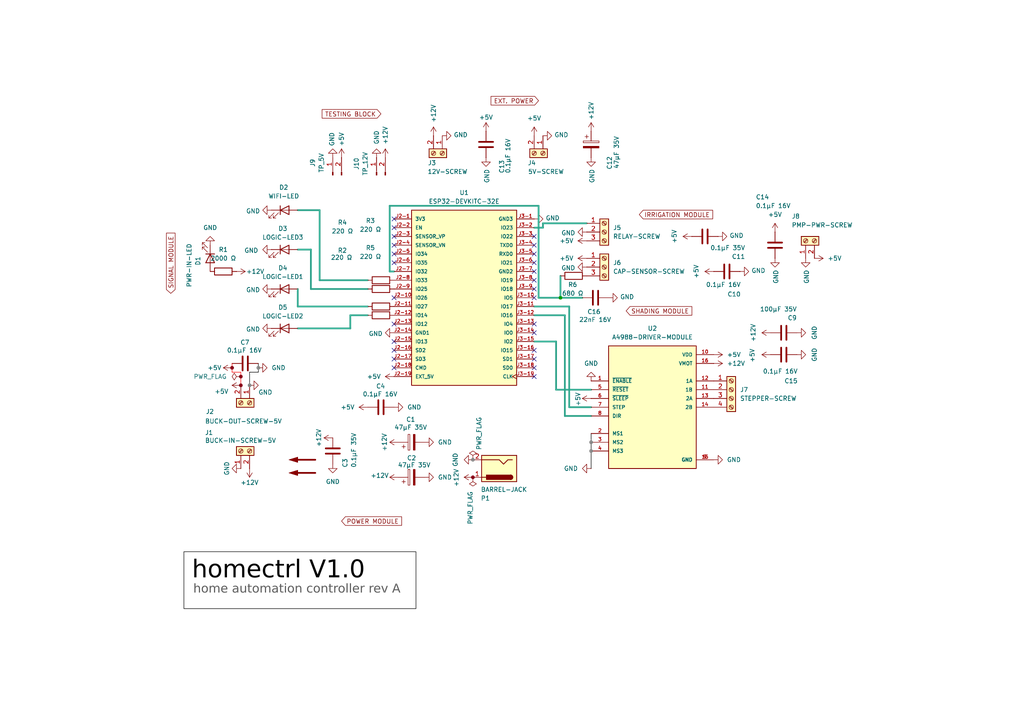
<source format=kicad_sch>
(kicad_sch (version 20231120) (generator "eeschema") (generator_version "8.0")
  (paper "A4")
  (title_block (title "homectrl board schematic"))
  (lib_symbols
    (symbol "A4988_STEPPER_MOTOR_DRIVER_CARRIER:A4988_STEPPER_MOTOR_DRIVER_CARRIER" (pin_names (offset 1.016))
      (property "Reference" "U" (at -12.7 19.05 0))
      (property "Value" "A4988_STEPPER_MOTOR_DRIVER_CARRIER" (at -12.7 -21.59 0))
      (symbol "A4988_STEPPER_MOTOR_DRIVER_CARRIER_0_0"
        (pin input line (at -17.78 7.62 0) (length 5.08) (name "~{ENABLE}") (number "1"))
        (pin power_in line (at 17.78 15.24 180) (length 5.08) (name "VDD") (number "10"))
        (pin output line (at 17.78 5.08 180) (length 5.08) (name "1B") (number "11"))
        (pin output line (at 17.78 7.62 180) (length 5.08) (name "1A") (number "12"))
        (pin output line (at 17.78 2.54 180) (length 5.08) (name "2A") (number "13"))
        (pin output line (at 17.78 0 180) (length 5.08) (name "2B") (number "14"))
        (pin power_in line (at 17.78 -15.24 180) (length 5.08) (name "GND") (number "15"))
        (pin power_in line (at 17.78 12.7 180) (length 5.08) (name "VMOT") (number "16"))
        (pin input line (at -17.78 -7.62 0) (length 5.08) (name "MS1") (number "2"))
        (pin input line (at -17.78 -10.16 0) (length 5.08) (name "MS2") (number "3"))
        (pin input line (at -17.78 -12.7 0) (length 5.08) (name "MS3") (number "4"))
        (pin input line (at -17.78 5.08 0) (length 5.08) (name "~{RESET}") (number "5"))
        (pin input line (at -17.78 2.54 0) (length 5.08) (name "~{SLEEP}") (number "6"))
        (pin input line (at -17.78 0 0) (length 5.08) (name "STEP") (number "7"))
        (pin input line (at -17.78 -2.54 0) (length 5.08) (name "DIR") (number "8"))
        (pin power_in line (at 17.78 -15.24 180) (length 5.08) (name "GND") (number "9"))
      )
    )
    (symbol "Connector:Barrel_Jack" (pin_names (offset 1.016))
      (property "Reference" "J" (at 0 5.334 0))
      (property "Value" "Barrel_Jack" (at 0 -5.08 0))
      (symbol "Barrel_Jack_1_1"
        (pin passive line (at 7.62 2.54 180) (length 2.54) (name "~") (number "1"))
        (pin passive line (at 7.62 -2.54 180) (length 2.54) (name "~") (number "2"))
      )
    )
    (symbol "Connector:Conn_01x02_Pin" (pin_names (offset 1.016) hide)
      (property "Reference" "J" (at 0 2.54 0))
      (property "Value" "Conn_01x02_Pin" (at 0 -5.08 0))
      (symbol "Conn_01x02_Pin_1_1"
        (pin passive line (at 5.08 0 180) (length 3.81) (name "Pin_1") (number "1"))
        (pin passive line (at 5.08 -2.54 180) (length 3.81) (name "Pin_2") (number "2"))
      )
    )
    (symbol "Connector:Screw_Terminal_01x02" (pin_names (offset 1.016) hide)
      (property "Reference" "J" (at 0 2.54 0))
      (property "Value" "Screw_Terminal_01x02" (at 0 -5.08 0))
      (symbol "Screw_Terminal_01x02_1_1"
        (pin passive line (at -5.08 0 0) (length 3.81) (name "Pin_1") (number "1"))
        (pin passive line (at -5.08 -2.54 0) (length 3.81) (name "Pin_2") (number "2"))
      )
    )
    (symbol "Connector:Screw_Terminal_01x03" (pin_names (offset 1.016) hide)
      (property "Reference" "J" (at 0 5.08 0))
      (property "Value" "Screw_Terminal_01x03" (at 0 -5.08 0))
      (symbol "Screw_Terminal_01x03_1_1"
        (pin passive line (at -5.08 2.54 0) (length 3.81) (name "Pin_1") (number "1"))
        (pin passive line (at -5.08 0 0) (length 3.81) (name "Pin_2") (number "2"))
        (pin passive line (at -5.08 -2.54 0) (length 3.81) (name "Pin_3") (number "3"))
      )
    )
    (symbol "Connector:Screw_Terminal_01x04" (pin_names (offset 1.016) hide)
      (property "Reference" "J" (at 0 5.08 0))
      (property "Value" "Screw_Terminal_01x04" (at 0 -7.62 0))
      (symbol "Screw_Terminal_01x04_1_1"
        (pin passive line (at -5.08 2.54 0) (length 3.81) (name "Pin_1") (number "1"))
        (pin passive line (at -5.08 0 0) (length 3.81) (name "Pin_2") (number "2"))
        (pin passive line (at -5.08 -2.54 0) (length 3.81) (name "Pin_3") (number "3"))
        (pin passive line (at -5.08 -5.08 0) (length 3.81) (name "Pin_4") (number "4"))
      )
    )
    (symbol "Device:C" (pin_numbers hide) (pin_names (offset 0.254))
      (property "Reference" "C" (at 0.635 2.54 0))
      (property "Value" "C" (at 0.635 -2.54 0))
      (symbol "C_1_1"
        (pin passive line (at 0 3.81 270) (length 2.794) (name "~") (number "1"))
        (pin passive line (at 0 -3.81 90) (length 2.794) (name "~") (number "2"))
      )
    )
    (symbol "Device:C_Polarized" (pin_numbers hide) (pin_names (offset 0.254))
      (property "Reference" "C" (at 0.635 2.54 0))
      (property "Value" "C_Polarized" (at 0.635 -2.54 0))
      (symbol "C_Polarized_1_1"
        (pin passive line (at 0 3.81 270) (length 2.794) (name "~") (number "1"))
        (pin passive line (at 0 -3.81 90) (length 2.794) (name "~") (number "2"))
      )
    )
    (symbol "Device:LED" (pin_numbers hide) (pin_names (offset 1.016) hide)
      (property "Reference" "D" (at 0 2.54 0))
      (property "Value" "LED" (at 0 -2.54 0))
      (symbol "LED_1_1"
        (pin passive line (at -3.81 0 0) (length 2.54) (name "K") (number "1"))
        (pin passive line (at 3.81 0 180) (length 2.54) (name "A") (number "2"))
      )
    )
    (symbol "Device:R" (pin_numbers hide) (pin_names (offset 0))
      (property "Reference" "R" (at 2.032 0 90))
      (property "Value" "R" (at 0 0 90))
      (symbol "R_1_1"
        (pin passive line (at 0 3.81 270) (length 1.27) (name "~") (number "1"))
        (pin passive line (at 0 -3.81 90) (length 1.27) (name "~") (number "2"))
      )
    )
    (symbol "ESP32-DEVKITC-32D:ESP32-DEVKITC-32D" (pin_names (offset 1.016))
      (property "Reference" "U" (at -15.2572 26.0643 0))
      (property "Value" "ESP32-DEVKITC-32D" (at -15.2563 -27.9698 0))
      (symbol "ESP32-DEVKITC-32D_0_0"
        (pin power_in line (at -20.32 22.86 0) (length 5.08) (name "3V3") (number "J2-1"))
        (pin bidirectional line (at -20.32 0 0) (length 5.08) (name "IO26") (number "J2-10"))
        (pin bidirectional line (at -20.32 -2.54 0) (length 5.08) (name "IO27") (number "J2-11"))
        (pin bidirectional line (at -20.32 -5.08 0) (length 5.08) (name "IO14") (number "J2-12"))
        (pin bidirectional line (at -20.32 -7.62 0) (length 5.08) (name "IO12") (number "J2-13"))
        (pin power_in line (at -20.32 -10.16 0) (length 5.08) (name "GND1") (number "J2-14"))
        (pin bidirectional line (at -20.32 -12.7 0) (length 5.08) (name "IO13") (number "J2-15"))
        (pin bidirectional line (at -20.32 -15.24 0) (length 5.08) (name "SD2") (number "J2-16"))
        (pin bidirectional line (at -20.32 -17.78 0) (length 5.08) (name "SD3") (number "J2-17"))
        (pin bidirectional line (at -20.32 -20.32 0) (length 5.08) (name "CMD") (number "J2-18"))
        (pin power_in line (at -20.32 -22.86 0) (length 5.08) (name "EXT_5V") (number "J2-19"))
        (pin input line (at -20.32 20.32 0) (length 5.08) (name "EN") (number "J2-2"))
        (pin input line (at -20.32 17.78 0) (length 5.08) (name "SENSOR_VP") (number "J2-3"))
        (pin input line (at -20.32 15.24 0) (length 5.08) (name "SENSOR_VN") (number "J2-4"))
        (pin bidirectional line (at -20.32 12.7 0) (length 5.08) (name "IO34") (number "J2-5"))
        (pin bidirectional line (at -20.32 10.16 0) (length 5.08) (name "IO35") (number "J2-6"))
        (pin bidirectional line (at -20.32 7.62 0) (length 5.08) (name "IO32") (number "J2-7"))
        (pin bidirectional line (at -20.32 5.08 0) (length 5.08) (name "IO33") (number "J2-8"))
        (pin bidirectional line (at -20.32 2.54 0) (length 5.08) (name "IO25") (number "J2-9"))
        (pin power_in line (at 20.32 22.86 180) (length 5.08) (name "GND3") (number "J3-1"))
        (pin bidirectional line (at 20.32 0 180) (length 5.08) (name "IO5") (number "J3-10"))
        (pin bidirectional line (at 20.32 -2.54 180) (length 5.08) (name "IO17") (number "J3-11"))
        (pin bidirectional line (at 20.32 -5.08 180) (length 5.08) (name "IO16") (number "J3-12"))
        (pin bidirectional line (at 20.32 -7.62 180) (length 5.08) (name "IO4") (number "J3-13"))
        (pin bidirectional line (at 20.32 -10.16 180) (length 5.08) (name "IO0") (number "J3-14"))
        (pin bidirectional line (at 20.32 -12.7 180) (length 5.08) (name "IO2") (number "J3-15"))
        (pin bidirectional line (at 20.32 -15.24 180) (length 5.08) (name "IO15") (number "J3-16"))
        (pin bidirectional line (at 20.32 -17.78 180) (length 5.08) (name "SD1") (number "J3-17"))
        (pin bidirectional line (at 20.32 -20.32 180) (length 5.08) (name "SD0") (number "J3-18"))
        (pin input clock (at 20.32 -22.86 180) (length 5.08) (name "CLK") (number "J3-19"))
        (pin bidirectional line (at 20.32 20.32 180) (length 5.08) (name "IO23") (number "J3-2"))
        (pin bidirectional line (at 20.32 17.78 180) (length 5.08) (name "IO22") (number "J3-3"))
        (pin output line (at 20.32 15.24 180) (length 5.08) (name "TXD0") (number "J3-4"))
        (pin input line (at 20.32 12.7 180) (length 5.08) (name "RXD0") (number "J3-5"))
        (pin bidirectional line (at 20.32 10.16 180) (length 5.08) (name "IO21") (number "J3-6"))
        (pin power_in line (at 20.32 7.62 180) (length 5.08) (name "GND2") (number "J3-7"))
        (pin bidirectional line (at 20.32 5.08 180) (length 5.08) (name "IO19") (number "J3-8"))
        (pin bidirectional line (at 20.32 2.54 180) (length 5.08) (name "IO18") (number "J3-9"))
      )
    )
    (symbol "Graphic:SYM_Arrow_Large" (in_bom no) (on_board no))
    (symbol "power:+12V" (power) (pin_numbers hide) (pin_names (offset 0) hide)
      (property "Value" "+12V" (at 0 3.556 0))
      (symbol "+12V_1_1"
        (pin power_in line (at 0 0 90) (length 0) (name "~") (number "1"))
      )
    )
    (symbol "power:+5V" (power) (pin_numbers hide) (pin_names (offset 0) hide)
      (property "Value" "+5V" (at 0 3.556 0))
      (symbol "+5V_1_1"
        (pin power_in line (at 0 0 90) (length 0) (name "~") (number "1"))
      )
    )
    (symbol "power:GND" (power) (pin_numbers hide) (pin_names (offset 0) hide)
      (property "Value" "GND" (at 0 -3.81 0))
      (symbol "GND_1_1"
        (pin power_in line (at 0 0 270) (length 0) (name "~") (number "1"))
      )
    )
    (symbol "power:PWR_FLAG" (power) (pin_numbers hide) (pin_names (offset 0) hide)
      (property "Value" "PWR_FLAG" (at 0 3.81 0))
      (symbol "PWR_FLAG_0_0"
        (pin power_out line (at 0 0 90) (length 0) (name "~") (number "1"))
      )
    )
  )
  (junction (at 69.85 111.76) (color 128 0 15 1))
  (junction (at 72.39 111.76) (color 128 128 128 1))
  (junction (at 74.93 106.68) (color 128 128 128 1))
  (junction (at 67.31 106.68) (color 128 0 15 1))
  (junction (at 162.56 86.36))
  (junction (at 171.45 128.27) (color 128 128 128 1))
  (junction (at 137.16 138.43) (color 128 0 15 1))
  (junction (at 171.45 130.81) (color 128 128 128 1))
  (junction (at 137.16 133.35) (color 128 128 128 1))
  (junction (at 69.85 109.22) (color 128 0 15 1))
  (no_connect (at 154.94 78.74))
  (no_connect (at 154.94 93.98))
  (no_connect (at 154.94 83.82))
  (no_connect (at 114.3 68.58))
  (no_connect (at 154.94 109.22))
  (no_connect (at 154.94 68.58))
  (no_connect (at 154.94 104.14))
  (no_connect (at 154.94 106.68))
  (no_connect (at 114.3 86.36))
  (no_connect (at 154.94 76.2))
  (no_connect (at 114.3 63.5))
  (no_connect (at 114.3 93.98))
  (no_connect (at 154.94 71.12))
  (no_connect (at 154.94 101.6))
  (no_connect (at 154.94 73.66))
  (no_connect (at 114.3 76.2))
  (no_connect (at 114.3 101.6))
  (no_connect (at 154.94 86.36))
  (no_connect (at 114.3 71.12))
  (no_connect (at 114.3 106.68))
  (no_connect (at 114.3 73.66))
  (no_connect (at 154.94 96.52))
  (no_connect (at 114.3 66.04))
  (no_connect (at 114.3 104.14))
  (no_connect (at 154.94 81.28))
  (no_connect (at 114.3 99.06))
  (wire (pts (xy 90.17 83.82) (xy 90.17 72.39)) (stroke (width 0.508) (color 46 163 138 1)))
  (wire (pts (xy 101.6 91.44) (xy 101.6 95.25)) (stroke (width 0.508) (color 46 163 138 1)))
  (wire (pts (xy 163.83 91.44) (xy 154.94 91.44)) (stroke (width 0.508) (color 46 163 138 1)))
  (wire (pts (xy 72.39 107.95) (xy 74.93 107.95)) (stroke (width 0) (color 0 0 0 1)))
  (wire (pts (xy 92.71 60.96) (xy 86.36 60.96)) (stroke (width 0.508) (color 46 163 138 1)))
  (wire (pts (xy 171.45 113.03) (xy 161.29 113.03)) (stroke (width 0.508) (color 46 163 138 1)))
  (wire (pts (xy 156.21 86.36) (xy 156.21 59.69)) (stroke (width 0.508) (color 46 163 138 1)))
  (wire (pts (xy 69.85 107.95) (xy 69.85 109.22)) (stroke (width 0) (color 255 0 0 1)))
  (wire (pts (xy 90.17 83.82) (xy 106.68 83.82)) (stroke (width 0.508) (color 46 163 138 1)))
  (wire (pts (xy 163.83 120.65) (xy 163.83 91.44)) (stroke (width 0.508) (color 46 163 138 1)))
  (wire (pts (xy 86.36 72.39) (xy 90.17 72.39)) (stroke (width 0.508) (color 46 163 138 1)))
  (wire (pts (xy 171.45 118.11) (xy 165.1 118.11)) (stroke (width 0.508) (color 46 163 138 1)))
  (wire (pts (xy 86.36 83.82) (xy 86.36 88.9)) (stroke (width 0.508) (color 46 163 138 1)))
  (wire (pts (xy 171.45 130.81) (xy 171.45 135.89)) (stroke (width 0) (color 0 0 0 1)))
  (wire (pts (xy 101.6 95.25) (xy 86.36 95.25)) (stroke (width 0.508) (color 46 163 138 1)))
  (wire (pts (xy 67.31 105.41) (xy 67.31 106.68)) (stroke (width 0) (color 255 0 0 1)))
  (wire (pts (xy 165.1 88.9) (xy 154.94 88.9)) (stroke (width 0.508) (color 46 163 138 1)))
  (wire (pts (xy 74.93 106.68) (xy 74.93 105.41)) (stroke (width 0) (color 0 0 0 1)))
  (wire (pts (xy 171.45 120.65) (xy 163.83 120.65)) (stroke (width 0.508) (color 46 163 138 1)))
  (wire (pts (xy 67.31 106.68) (xy 67.31 107.95)) (stroke (width 0) (color 255 0 0 1)))
  (wire (pts (xy 67.31 107.95) (xy 69.85 107.95)) (stroke (width 0) (color 255 0 0 1)))
  (wire (pts (xy 156.21 59.69) (xy 113.03 59.69)) (stroke (width 0.508) (color 46 163 138 1)))
  (wire (pts (xy 170.18 64.77) (xy 157.48 64.77)) (stroke (width 0.508) (color 46 163 138 1)))
  (wire (pts (xy 161.29 113.03) (xy 161.29 99.06)) (stroke (width 0.508) (color 46 163 138 1)))
  (wire (pts (xy 86.36 88.9) (xy 106.68 88.9)) (stroke (width 0.508) (color 46 163 138 1)))
  (wire (pts (xy 162.56 86.36) (xy 162.56 80.01)) (stroke (width 0.508) (color 46 163 138 1)))
  (wire (pts (xy 157.48 66.04) (xy 157.48 64.77)) (stroke (width 0.508) (color 46 163 138 1)))
  (wire (pts (xy 171.45 128.27) (xy 171.45 130.81)) (stroke (width 0) (color 0 0 0 1)))
  (wire (pts (xy 72.39 111.76) (xy 72.39 107.95)) (stroke (width 0) (color 0 0 0 1)))
  (wire (pts (xy 113.03 78.74) (xy 114.3 78.74)) (stroke (width 0.508) (color 46 163 138 1)))
  (wire (pts (xy 165.1 118.11) (xy 165.1 88.9)) (stroke (width 0.508) (color 46 163 138 1)))
  (wire (pts (xy 92.71 81.28) (xy 92.71 60.96)) (stroke (width 0.508) (color 46 163 138 1)))
  (wire (pts (xy 162.56 86.36) (xy 156.21 86.36)) (stroke (width 0.508) (color 46 163 138 1)))
  (wire (pts (xy 106.68 91.44) (xy 101.6 91.44)) (stroke (width 0.508) (color 46 163 138 1)))
  (wire (pts (xy 162.56 86.36) (xy 168.91 86.36)) (stroke (width 0.508) (color 46 163 138 1)))
  (wire (pts (xy 113.03 59.69) (xy 113.03 78.74)) (stroke (width 0.508) (color 46 163 138 1)))
  (wire (pts (xy 69.85 109.22) (xy 69.85 111.76)) (stroke (width 0) (color 255 0 0 1)))
  (wire (pts (xy 171.45 125.73) (xy 171.45 128.27)) (stroke (width 0) (color 0 0 0 1)))
  (wire (pts (xy 157.48 66.04) (xy 154.94 66.04)) (stroke (width 0.508) (color 46 163 138 1)))
  (wire (pts (xy 74.93 107.95) (xy 74.93 106.68)) (stroke (width 0) (color 0 0 0 1)))
  (wire (pts (xy 106.68 81.28) (xy 92.71 81.28)) (stroke (width 0.508) (color 46 163 138 1)))
  (wire (pts (xy 161.29 99.06) (xy 154.94 99.06)) (stroke (width 0.508) (color 46 163 138 1)))
  (rectangle (start 53.34 160.02) (end 120.65 176.53) (stroke (width 0) (color 0 0 0 1)))
  (text "homectrl V1.0\n" (at 80.772 166.878 0) (effects (font (size 5.08 5.08))))
  (text "home automation controller rev A" (at 86.106 171.704 0) (effects (font (size 2.54 2.54))))
  (global_label "TESTING BLOCK" (shape input) (at 110.49 33.02 180) (property "Intersheetrefs" "${INTERSHEET_REFS}" (effects (hide yes))))
  (global_label "POWER MODULE" (shape input) (at 99.06 151.13 0) (property "Intersheetrefs" "${INTERSHEET_REFS}" (effects (hide yes))))
  (global_label "SHADING MODULE" (shape input) (at 181.61 90.17 0) (property "Intersheetrefs" "${INTERSHEET_REFS}" (effects (hide yes))))
  (global_label "SIGNAL MODULE" (shape input) (at 49.53 85.09 90) (property "Intersheetrefs" "${INTERSHEET_REFS}" (effects (hide yes))))
  (global_label "IRRIGATION MODULE" (shape input) (at 185.42 62.23 0) (property "Intersheetrefs" "${INTERSHEET_REFS}" (effects (hide yes))))
  (global_label "EXT. POWER" (shape input) (at 156.21 29.21 180) (property "Intersheetrefs" "${INTERSHEET_REFS}" (effects (hide yes))))
  (symbol (lib_id "power:+12V") (at 137.16 138.43 90) (unit 1)
    (property "Reference" "#PWR06" (effects (hide yes)))
    (property "Value" "+12V" (at 132.334 141.224 0) (effects (justify left)))
    (property "Description" "Power symbol creates a global label with name \"+12V\"" (effects (hide yes)))
  )
  (symbol (lib_id "power:+5V") (at 114.3 109.22 90) (unit 1)
    (property "Reference" "#PWR028" (effects (hide yes)))
    (property "Value" "+5V" (at 110.49 109.2199 90) (effects (justify left)))
    (property "Description" "Power symbol creates a global label with name \"+5V\"" (effects (hide yes)))
  )
  (symbol (lib_id "power:+5V") (at 140.97 38.1 0) (unit 1)
    (property "Reference" "#PWR046" (effects (hide yes)))
    (property "Value" "+5V" (at 140.97 34.036 0))
    (property "Description" "Power symbol creates a global label with name \"+5V\"" (effects (hide yes)))
  )
  (symbol (lib_id "power:GND") (at 208.28 68.58 90) (unit 1)
    (property "Reference" "#PWR040" (effects (hide yes)))
    (property "Value" "GND" (at 211.582 68.326 90) (effects (justify right)))
    (property "Description" "Power symbol creates a global label with name \"GND\" , ground" (effects (hide yes)))
  )
  (symbol (lib_id "power:+12V") (at 96.52 127 90) (unit 1)
    (property "Reference" "#PWR02" (effects (hide yes)))
    (property "Value" "+12V" (at 92.456 127 0))
    (property "Description" "Power symbol creates a global label with name \"+12V\"" (effects (hide yes)))
  )
  (symbol (lib_id "power:GND") (at 74.93 106.68 90) (unit 1)
    (property "Reference" "#PWR04" (effects (hide yes)))
    (property "Value" "GND" (at 78.74 106.6799 90) (effects (justify right)))
    (property "Description" "Power symbol creates a global label with name \"GND\" , ground" (effects (hide yes)))
  )
  (symbol (lib_id "power:GND") (at 69.85 135.89 270) (unit 1)
    (property "Reference" "#PWR051" (effects (hide yes)))
    (property "Value" "GND" (at 65.786 137.922 0) (effects (justify right)))
    (property "Description" "Power symbol creates a global label with name \"GND\" , ground" (effects (hide yes)))
  )
  (symbol (lib_id "Device:C") (at 224.79 71.12 0) (unit 1)
    (property "Reference" "C14" (at 219.202 57.15 0) (effects (justify left)))
    (property "Value" "0.1µF 16V" (at 219.202 59.69 0) (effects (justify left)))
    (property "Footprint" "Capacitor_SMD:C_0402_1005Metric" (effects (hide yes)))
    (property "Description" "Unpolarized capacitor" (effects (hide yes)))
    (property "MPN" "EMK105BJ104KV-F " (effects (hide yes)))
    (property "Sim.Device" "SPICE" (effects (hide yes)))
    (property "Sim.Pins" "1=1 2=2" (effects (hide yes)))
  )
  (symbol (lib_id "power:+5V") (at 200.66 68.58 90) (unit 1)
    (property "Reference" "#PWR042" (effects (hide yes)))
    (property "Value" "+5V" (at 195.58 68.58 0))
    (property "Description" "Power symbol creates a global label with name \"+5V\"" (effects (hide yes)))
  )
  (symbol (lib_id "ESP32-DEVKITC-32D:ESP32-DEVKITC-32D") (at 134.62 86.36 0) (unit 1)
    (property "Reference" "U1" (at 134.62 55.88 0))
    (property "Value" "ESP32-DEVKITC-32E" (at 134.62 58.42 0))
    (property "Footprint" "ESP32-DEVKITC-32D:MODULE_ESP32-DEVKITC-32D" (effects (hide yes)))
    (property "MF" "Espressif Systems" (effects (hide yes)))
    (property "MAXIMUM_PACKAGE_HEIGHT" "N/A" (effects (hide yes)))
    (property "Package" "None" (effects (hide yes)))
    (property "Price" "None" (effects (hide yes)))
    (property "Check_prices" "https://www.snapeda.com/parts/ESP32-DEVKITC-32D/Espressif+Systems/view-part/?ref=eda" (effects (hide yes)))
    (property "STANDARD" "Manufacturer Recommendations" (effects (hide yes)))
    (property "PARTREV" "V4" (effects (hide yes)))
    (property "SnapEDA_Link" "https://www.snapeda.com/parts/ESP32-DEVKITC-32D/Espressif+Systems/view-part/?ref=snap" (effects (hide yes)))
    (property "MP" "ESP32-DEVKITC-32D" (effects (hide yes)))
    (property "Description_1" "\n                        \n                            WiFi Development Tools (802.11) ESP32 General Development Kit, ESP32-WROOM-32D on the board\n                        \n" (effects (hide yes)))
    (property "MANUFACTURER" "Espressif Systems" (effects (hide yes)))
    (property "Availability" "In Stock" (effects (hide yes)))
    (property "SNAPEDA_PN" "ESP32-DEVKITC-32D" (effects (hide yes)))
    (property "MPN" "ESP32-DevKitC-32E" (effects (hide yes)))
    (property "Sim.Device" "SPICE" (effects (hide yes)))
    (property "Sim.Pins" "J2-1=1 J2-2=2 J2-3=3 J2-4=4 J2-5=5 J2-6=6 J2-7=7 J2-8=8 J2-9=9 J2-10=10 J2-11=11 J2-12=12 J2-13=13 J2-14=14 J2-15=15 J2-16=16 J2-17=17 J2-18=18 J2-19=19 J3-1=20 J3-2=21 J3-3=22 J3-4=23 J3-5=24 J3-6=25 J3-7=26 J3-8=27 J3-9=28 J3-10=29 J3-11=30 J3-12=31 J3-13=32 J3-14=33 J3-15=34 J3-16=35 J3-17=36 J3-18=37 J3-19=38" (effects (hide yes)))
  )
  (symbol (lib_id "Connector:Barrel_Jack") (at 144.78 135.89 180) (unit 1)
    (property "Reference" "P1" (at 139.446 144.526 0) (effects (justify right)))
    (property "Value" "BARREL-JACK" (at 139.446 141.986 0) (effects (justify right)))
    (property "Footprint" "Connector_BarrelJack:BarrelJack_Horizontal" (effects (hide yes)))
    (property "Description" "DC Barrel Jack" (effects (hide yes)))
    (property "MPN" "54-00134" (effects (hide yes)))
    (property "Sim.Device" "SPICE" (effects (hide yes)))
    (property "Sim.Pins" "1=1 2=2" (effects (hide yes)))
  )
  (symbol (lib_id "Device:R") (at 110.49 83.82 90) (unit 1)
    (property "Reference" "R3" (at 107.442 64.008 90))
    (property "Value" "220 Ω" (at 107.442 66.548 90))
    (property "Footprint" "Resistor_SMD:R_0402_1005Metric" (effects (hide yes)))
    (property "Description" "Resistor" (effects (hide yes)))
    (property "MPN" "ERA-2AED221X" (effects (hide yes)))
    (property "Sim.Device" "SPICE" (effects (hide yes)))
    (property "Sim.Pins" "1=1 2=2" (effects (hide yes)))
  )
  (symbol (lib_id "Device:C_Polarized") (at 119.38 128.27 90) (unit 1)
    (property "Reference" "C1" (at 119.126 121.666 90))
    (property "Value" "47µF 35V" (at 119.126 123.952 90))
    (property "Footprint" "Capacitor_THT:CP_Radial_D5.0mm_P2.50mm" (effects (hide yes)))
    (property "Description" "Polarized capacitor" (effects (hide yes)))
    (property "MPN" "ECA-1VM470I" (effects (hide yes)))
    (property "Sim.Device" "SPICE" (effects (hide yes)))
    (property "Sim.Pins" "1=1 2=2" (effects (hide yes)))
  )
  (symbol (lib_id "power:+12V") (at 68.58 78.74 270) (unit 1)
    (property "Reference" "#PWR049" (effects (hide yes)))
    (property "Value" "+12V" (at 71.374 78.74 90) (effects (justify left)))
    (property "Description" "Power symbol creates a global label with name \"+12V\"" (effects (hide yes)))
  )
  (symbol (lib_id "power:+5V") (at 207.01 78.74 90) (unit 1)
    (property "Reference" "#PWR041" (effects (hide yes)))
    (property "Value" "+5V" (at 201.93 78.74 0))
    (property "Description" "Power symbol creates a global label with name \"+5V\"" (effects (hide yes)))
  )
  (symbol (lib_id "power:GND") (at 140.97 45.72 0) (unit 1)
    (property "Reference" "#PWR022" (effects (hide yes)))
    (property "Value" "GND" (at 141.224 49.022 90) (effects (justify right)))
    (property "Description" "Power symbol creates a global label with name \"GND\" , ground" (effects (hide yes)))
  )
  (symbol (lib_id "power:GND") (at 128.27 39.37 90) (unit 1)
    (property "Reference" "#PWR024" (effects (hide yes)))
    (property "Value" "GND" (at 131.572 39.116 90) (effects (justify right)))
    (property "Description" "Power symbol creates a global label with name \"GND\" , ground" (effects (hide yes)))
  )
  (symbol (lib_id "power:GND") (at 60.96 71.12 180) (unit 1)
    (property "Reference" "#PWR050" (effects (hide yes)))
    (property "Value" "GND" (at 60.96 66.04 0))
    (property "Description" "Power symbol creates a global label with name \"GND\" , ground" (effects (hide yes)))
  )
  (symbol (lib_id "power:GND") (at 176.53 86.36 90) (unit 1)
    (property "Reference" "#PWR060" (effects (hide yes)))
    (property "Value" "GND" (at 179.832 86.106 90) (effects (justify right)))
    (property "Description" "Power symbol creates a global label with name \"GND\" , ground" (effects (hide yes)))
  )
  (symbol (lib_id "power:+12V") (at 125.73 39.37 0) (unit 1)
    (property "Reference" "#PWR045" (effects (hide yes)))
    (property "Value" "+12V" (at 125.7299 35.56 90) (effects (justify left)))
    (property "Description" "Power symbol creates a global label with name \"+12V\"" (effects (hide yes)))
  )
  (symbol (lib_id "power:GND") (at 214.63 78.74 90) (unit 1)
    (property "Reference" "#PWR039" (effects (hide yes)))
    (property "Value" "GND" (at 217.932 78.486 90) (effects (justify right)))
    (property "Description" "Power symbol creates a global label with name \"GND\" , ground" (effects (hide yes)))
  )
  (symbol (lib_id "Device:LED") (at 82.55 83.82 0) (unit 1)
    (property "Reference" "D4" (at 82.042 77.724 0))
    (property "Value" "LOGIC-LED1" (at 82.042 80.264 0))
    (property "Footprint" "LED_SMD:LED_0805_2012Metric" (effects (hide yes)))
    (property "Description" "Light emitting diode" (effects (hide yes)))
    (property "MPN" "17-21SYGC/S530-E3/TR8" (effects (hide yes)))
    (property "Sim.Device" "SPICE" (effects (hide yes)))
    (property "Sim.Pins" "1=1 2=2" (effects (hide yes)))
  )
  (symbol (lib_id "power:GND") (at 109.22 45.72 180) (unit 1)
    (property "Reference" "#PWR027" (effects (hide yes)))
    (property "Value" "GND" (at 109.2199 41.91 90) (effects (justify right)))
    (property "Description" "Power symbol creates a global label with name \"GND\" , ground" (effects (hide yes)))
  )
  (symbol (lib_id "power:GND") (at 96.52 134.62 0) (unit 1)
    (property "Reference" "#PWR055" (effects (hide yes)))
    (property "Value" "GND" (at 96.52 139.7 0))
    (property "Description" "Power symbol creates a global label with name \"GND\" , ground" (effects (hide yes)))
  )
  (symbol (lib_id "power:GND") (at 123.19 128.27 90) (unit 1)
    (property "Reference" "#PWR010" (effects (hide yes)))
    (property "Value" "GND" (at 127 128.2701 90) (effects (justify right)))
    (property "Description" "Power symbol creates a global label with name \"GND\" , ground" (effects (hide yes)))
  )
  (symbol (lib_id "Device:C") (at 110.49 118.11 90) (unit 1)
    (property "Reference" "C4" (at 111.76 112.014 90) (effects (justify left)))
    (property "Value" "0.1µF 16V" (at 115.316 114.3 90) (effects (justify left)))
    (property "Footprint" "Capacitor_SMD:C_0402_1005Metric" (effects (hide yes)))
    (property "Description" "Unpolarized capacitor" (effects (hide yes)))
    (property "MPN" "  EMK105BJ223KV-F" (effects (hide yes)))
    (property "Sim.Device" "SPICE" (effects (hide yes)))
    (property "Sim.Pins" "1=1 2=2" (effects (hide yes)))
  )
  (symbol (lib_id "power:PWR_FLAG") (at 137.16 138.43 180) (unit 1)
    (property "Reference" "#FLG05" (effects (hide yes)))
    (property "Value" "PWR_FLAG" (at 136.398 142.494 90) (effects (justify left)))
    (property "Description" "Special symbol for telling ERC where power comes from" (effects (hide yes)))
  )
  (symbol (lib_id "Connector:Screw_Terminal_01x02") (at 72.39 116.84 270) (unit 1)
    (property "Reference" "J2" (at 59.69 119.38 90) (effects (justify left)))
    (property "Value" "BUCK-OUT-SCREW-5V" (at 59.436 122.174 90) (effects (justify left)))
    (property "Footprint" "TerminalBlock_Phoenix:TerminalBlock_Phoenix_MKDS-1,5-2_1x02_P5.00mm_Horizontal" (effects (hide yes)))
    (property "Description" "Generic screw terminal, single row, 01x02, script generated (kicad-library-utils/schlib/autogen/connector/)" (effects (hide yes)))
    (property "MPN" "  1989447" (effects (hide yes)))
    (property "Sim.Device" "SPICE" (effects (hide yes)))
    (property "Sim.Pins" "1=1 2=2" (effects (hide yes)))
  )
  (symbol (lib_id "Device:C") (at 71.12 105.41 90) (unit 1)
    (property "Reference" "C7" (at 72.39 99.314 90) (effects (justify left)))
    (property "Value" "0.1µF 16V" (at 75.946 101.6 90) (effects (justify left)))
    (property "Footprint" "Capacitor_SMD:C_0402_1005Metric" (effects (hide yes)))
    (property "Description" "Unpolarized capacitor" (effects (hide yes)))
    (property "MPN" "EMK105BJ104KV-F " (effects (hide yes)))
    (property "Sim.Device" "SPICE" (effects (hide yes)))
    (property "Sim.Pins" "1=1 2=2" (effects (hide yes)))
  )
  (symbol (lib_id "A4988_STEPPER_MOTOR_DRIVER_CARRIER:A4988_STEPPER_MOTOR_DRIVER_CARRIER") (at 189.23 118.11 0) (unit 1)
    (property "Reference" "U2" (at 189.23 95.25 0))
    (property "Value" "A4988-DRIVER-MODULE" (at 189.23 97.79 0))
    (property "Footprint" "A4988_STEPPER_MOTOR_DRIVER_CARRIER:MODULE_A4988_STEPPER_MOTOR_DRIVER_CARRIER" (effects (hide yes)))
    (property "MF" "Pololu" (effects (hide yes)))
    (property "DESCRIPTION" "Stepper motor controler; IC: A4988; 1A; Uin mot: 8÷35V" (effects (hide yes)))
    (property "PACKAGE" "None" (effects (hide yes)))
    (property "PRICE" "None" (effects (hide yes)))
    (property "Package" "None" (effects (hide yes)))
    (property "Check_prices" "https://www.snapeda.com/parts/A4988%20STEPPER%20MOTOR%20DRIVER%20CARRIER/Pololu/view-part/?ref=eda" (effects (hide yes)))
    (property "Price" "None" (effects (hide yes)))
    (property "SnapEDA_Link" "https://www.snapeda.com/parts/A4988%20STEPPER%20MOTOR%20DRIVER%20CARRIER/Pololu/view-part/?ref=snap" (effects (hide yes)))
    (property "MP" "A4988 STEPPER MOTOR DRIVER CARRIER" (effects (hide yes)))
    (property "Availability" "Not in stock" (effects (hide yes)))
    (property "AVAILABILITY" "Unavailable" (effects (hide yes)))
    (property "Description_1" "\n                        \n                            Stepper Motor Driver\n                        \n" (effects (hide yes)))
    (property "MPN" "  2986" (effects (hide yes)))
    (property "Sim.Device" "SPICE" (effects (hide yes)))
    (property "Sim.Pins" "1=1 2=2 3=3 4=4 5=5 6=6 7=7 8=8 9=9 10=10 11=11 12=12 13=13 14=14 15=15 16=16" (effects (hide yes)))
  )
  (symbol (lib_id "power:GND") (at 231.14 96.52 90) (unit 1)
    (property "Reference" "#PWR018" (effects (hide yes)))
    (property "Value" "GND" (at 236.22 96.52 0))
    (property "Description" "Power symbol creates a global label with name \"GND\" , ground" (effects (hide yes)))
  )
  (symbol (lib_id "power:GND") (at 233.68 74.93 0) (unit 1)
    (property "Reference" "#PWR020" (effects (hide yes)))
    (property "Value" "GND" (at 233.934 78.232 90) (effects (justify right)))
    (property "Description" "Power symbol creates a global label with name \"GND\" , ground" (effects (hide yes)))
  )
  (symbol (lib_id "Device:R") (at 110.49 91.44 90) (unit 1)
    (property "Reference" "R5" (at 107.442 71.882 90))
    (property "Value" "220 Ω" (at 107.442 74.422 90))
    (property "Footprint" "Resistor_SMD:R_0402_1005Metric" (effects (hide yes)))
    (property "Description" "Resistor" (effects (hide yes)))
    (property "MPN" "ERA-2AED221X" (effects (hide yes)))
    (property "Sim.Device" "SPICE" (effects (hide yes)))
    (property "Sim.Pins" "1=1 2=2" (effects (hide yes)))
  )
  (symbol (lib_id "power:GND") (at 78.74 72.39 270) (unit 1)
    (property "Reference" "#PWR012" (effects (hide yes)))
    (property "Value" "GND" (at 74.93 72.644 90) (effects (justify right)))
    (property "Description" "Power symbol creates a global label with name \"GND\" , ground" (effects (hide yes)))
  )
  (symbol (lib_id "Device:C_Polarized") (at 119.38 138.43 90) (unit 1)
    (property "Reference" "C2" (at 119.38 132.842 90))
    (property "Value" "47µF 35V" (at 120.142 134.874 90))
    (property "Footprint" "Capacitor_THT:CP_Radial_D5.0mm_P2.50mm" (effects (hide yes)))
    (property "Description" "Polarized capacitor" (effects (hide yes)))
    (property "MPN" "ECA-1VM470I" (effects (hide yes)))
    (property "Sim.Device" "SPICE" (effects (hide yes)))
    (property "Sim.Pins" "1=1 2=2" (effects (hide yes)))
  )
  (symbol (lib_id "Device:C") (at 210.82 78.74 90) (unit 1)
    (property "Reference" "C10" (at 214.884 85.344 90) (effects (justify left)))
    (property "Value" "0.1µF 16V" (at 214.884 82.55 90) (effects (justify left)))
    (property "Footprint" "Capacitor_SMD:C_0402_1005Metric" (effects (hide yes)))
    (property "Description" "Unpolarized capacitor" (effects (hide yes)))
    (property "MPN" "EMK105BJ104KV-F " (effects (hide yes)))
    (property "Sim.Device" "SPICE" (effects (hide yes)))
    (property "Sim.Pins" "1=1 2=2" (effects (hide yes)))
  )
  (symbol (lib_id "Connector:Conn_01x02_Pin") (at 96.52 50.8 90) (unit 1)
    (property "Reference" "J9" (at 90.678 47.244 0))
    (property "Value" "TP_5V" (at 93.218 47.244 0))
    (property "Footprint" "Connector_PinHeader_1.00mm:PinHeader_1x02_P1.00mm_Vertical" (effects (hide yes)))
    (property "Description" "Generic connector, single row, 01x02, script generated" (effects (hide yes)))
    (property "MPN" "TSW-102-07-G-S" (effects (hide yes)))
    (property "Sim.Device" "SPICE" (effects (hide yes)))
    (property "Sim.Pins" "1=1 2=2" (effects (hide yes)))
  )
  (symbol (lib_id "Connector:Screw_Terminal_01x02") (at 157.48 44.45 270) (unit 1)
    (property "Reference" "J4" (at 155.448 47.244 90) (effects (justify right)))
    (property "Value" "5V-SCREW" (at 163.576 49.784 90) (effects (justify right)))
    (property "Footprint" "TerminalBlock_Phoenix:TerminalBlock_Phoenix_MKDS-1,5-2_1x02_P5.00mm_Horizontal" (effects (hide yes)))
    (property "Description" "Generic screw terminal, single row, 01x02, script generated (kicad-library-utils/schlib/autogen/connector/)" (effects (hide yes)))
    (property "MPN" "  1989447" (effects (hide yes)))
    (property "Sim.Device" "SPICE" (effects (hide yes)))
    (property "Sim.Pins" "1=1 2=2" (effects (hide yes)))
  )
  (symbol (lib_id "power:+12V") (at 115.57 138.43 90) (unit 1)
    (property "Reference" "#PWR056" (effects (hide yes)))
    (property "Value" "+12V" (at 112.776 137.922 90) (effects (justify left)))
    (property "Description" "Power symbol creates a global label with name \"+12V\"" (effects (hide yes)))
  )
  (symbol (lib_id "power:+5V") (at 170.18 69.85 90) (unit 1)
    (property "Reference" "#PWR035" (effects (hide yes)))
    (property "Value" "+5V" (at 166.37 69.8499 90) (effects (justify left)))
    (property "Description" "Power symbol creates a global label with name \"+5V\"" (effects (hide yes)))
  )
  (symbol (lib_id "power:GND") (at 72.39 111.76 90) (unit 1)
    (property "Reference" "#PWR034" (effects (hide yes)))
    (property "Value" "GND" (at 74.93 113.792 90) (effects (justify right)))
    (property "Description" "Power symbol creates a global label with name \"GND\" , ground" (effects (hide yes)))
  )
  (symbol (lib_id "Device:LED") (at 82.55 60.96 0) (unit 1)
    (property "Reference" "D2" (at 82.296 54.356 0))
    (property "Value" "WIFI-LED" (at 82.296 56.896 0))
    (property "Footprint" "LED_SMD:LED_1206_3216Metric" (effects (hide yes)))
    (property "Description" "Light emitting diode" (effects (hide yes)))
    (property "MPN" "LTST-C150TBKT" (effects (hide yes)))
    (property "Sim.Device" "SPICE" (effects (hide yes)))
    (property "Sim.Pins" "1=1 2=2" (effects (hide yes)))
  )
  (symbol (lib_id "power:GND") (at 78.74 60.96 270) (unit 1)
    (property "Reference" "#PWR013" (effects (hide yes)))
    (property "Value" "GND" (at 75.438 61.214 90) (effects (justify right)))
    (property "Description" "Power symbol creates a global label with name \"GND\" , ground" (effects (hide yes)))
  )
  (symbol (lib_id "power:+5V") (at 106.68 118.11 90) (unit 1)
    (property "Reference" "#PWR057" (effects (hide yes)))
    (property "Value" "+5V" (at 102.87 118.1099 90) (effects (justify left)))
    (property "Description" "Power symbol creates a global label with name \"+5V\"" (effects (hide yes)))
  )
  (symbol (lib_id "Device:LED") (at 82.55 72.39 0) (unit 1)
    (property "Reference" "D3" (at 82.042 66.294 0))
    (property "Value" "LOGIC-LED3" (at 82.042 68.834 0))
    (property "Footprint" "LED_SMD:LED_0805_2012Metric" (effects (hide yes)))
    (property "Description" "Light emitting diode" (effects (hide yes)))
    (property "MPN" "XZFRS54FVF-1" (effects (hide yes)))
    (property "Sim.Device" "SPICE" (effects (hide yes)))
    (property "Sim.Pins" "1=1 2=2" (effects (hide yes)))
  )
  (symbol (lib_id "Device:C") (at 172.72 86.36 90) (unit 1)
    (property "Reference" "C16" (at 174.244 90.424 90) (effects (justify left)))
    (property "Value" "22nF 16V" (at 177.292 92.71 90) (effects (justify left)))
    (property "Footprint" "Capacitor_SMD:C_0402_1005Metric" (effects (hide yes)))
    (property "Description" "Unpolarized capacitor" (effects (hide yes)))
    (property "MPN" "  EMK105BJ223KV-F" (effects (hide yes)))
    (property "Sim.Device" "SPICE" (effects (hide yes)))
    (property "Sim.Pins" "1=1 2=2" (effects (hide yes)))
  )
  (symbol (lib_id "power:PWR_FLAG") (at 69.85 109.22 90) (unit 1)
    (property "Reference" "#FLG01" (effects (hide yes)))
    (property "Value" "PWR_FLAG" (at 65.786 109.22 90) (effects (justify left)))
    (property "Description" "Special symbol for telling ERC where power comes from" (effects (hide yes)))
  )
  (symbol (lib_id "power:GND") (at 207.01 133.35 90) (unit 1)
    (property "Reference" "#PWR017" (effects (hide yes)))
    (property "Value" "GND" (at 210.82 133.3499 90) (effects (justify right)))
    (property "Description" "Power symbol creates a global label with name \"GND\" , ground" (effects (hide yes)))
  )
  (symbol (lib_id "power:GND") (at 78.74 95.25 270) (unit 1)
    (property "Reference" "#PWR015" (effects (hide yes)))
    (property "Value" "GND" (at 75.438 95.504 90) (effects (justify right)))
    (property "Description" "Power symbol creates a global label with name \"GND\" , ground" (effects (hide yes)))
  )
  (symbol (lib_id "Device:R") (at 110.49 81.28 90) (unit 1)
    (property "Reference" "R2" (at 99.314 72.644 90))
    (property "Value" "220 Ω" (at 99.06 74.676 90))
    (property "Footprint" "Resistor_SMD:R_0402_1005Metric" (effects (hide yes)))
    (property "Description" "Resistor" (effects (hide yes)))
    (property "MPN" "ERA-2AED221X" (effects (hide yes)))
    (property "Sim.Device" "SPICE" (effects (hide yes)))
    (property "Sim.Pins" "1=1 2=2" (effects (hide yes)))
  )
  (symbol (lib_id "Graphic:SYM_Arrow_Large") (at 87.63 133.35 180) (unit 1) (exclude_from_sim yes) (in_bom no) (on_board no)
    (property "Reference" "#SYM1" (effects (hide yes)))
    (property "Value" "SYM_Arrow_Large" (effects (hide yes)))
    (property "Description" "Filled arrow, 300mil" (effects (hide yes)))
  )
  (symbol (lib_id "Connector:Screw_Terminal_01x03") (at 175.26 67.31 0) (unit 1)
    (property "Reference" "J5" (at 177.8 66.0399 0) (effects (justify left)))
    (property "Value" "RELAY-SCREW" (at 177.8 68.5799 0) (effects (justify left)))
    (property "Footprint" "TerminalBlock_Phoenix:TerminalBlock_Phoenix_MKDS-1,5-3_1x03_P5.00mm_Horizontal" (effects (hide yes)))
    (property "Description" "Generic screw terminal, single row, 01x03, script generated (kicad-library-utils/schlib/autogen/connector/)" (effects (hide yes)))
    (property "MPN" "1985878" (effects (hide yes)))
    (property "Sim.Device" "SPICE" (effects (hide yes)))
    (property "Sim.Pins" "1=1 2=2 3=3" (effects (hide yes)))
  )
  (symbol (lib_id "power:GND") (at 224.79 74.93 0) (unit 1)
    (property "Reference" "#PWR019" (effects (hide yes)))
    (property "Value" "GND" (at 225.044 78.232 90) (effects (justify right)))
    (property "Description" "Power symbol creates a global label with name \"GND\" , ground" (effects (hide yes)))
  )
  (symbol (lib_id "Device:R") (at 64.77 78.74 270) (unit 1)
    (property "Reference" "R1" (at 64.77 72.39 90))
    (property "Value" "2000 Ω" (at 64.77 74.93 90))
    (property "Footprint" "Resistor_SMD:R_0805_2012Metric" (effects (hide yes)))
    (property "Description" "Resistor" (effects (hide yes)))
    (property "MPN" "ERJ-6ENF2001V" (effects (hide yes)))
    (property "Sim.Device" "SPICE" (effects (hide yes)))
    (property "Sim.Pins" "1=1 2=2" (effects (hide yes)))
  )
  (symbol (lib_id "power:GND") (at 171.45 110.49 180) (unit 1)
    (property "Reference" "#PWR08" (effects (hide yes)))
    (property "Value" "GND" (at 171.45 105.41 0))
    (property "Description" "Power symbol creates a global label with name \"GND\" , ground" (effects (hide yes)))
  )
  (symbol (lib_id "Connector:Screw_Terminal_01x02") (at 128.27 44.45 270) (unit 1)
    (property "Reference" "J3" (at 126.492 47.244 90) (effects (justify right)))
    (property "Value" "12V-SCREW" (at 135.636 49.784 90) (effects (justify right)))
    (property "Footprint" "TerminalBlock_Phoenix:TerminalBlock_Phoenix_MKDS-1,5-2_1x02_P5.00mm_Horizontal" (effects (hide yes)))
    (property "Description" "Generic screw terminal, single row, 01x02, script generated (kicad-library-utils/schlib/autogen/connector/)" (effects (hide yes)))
    (property "MPN" "  1989447" (effects (hide yes)))
    (property "Sim.Device" "SPICE" (effects (hide yes)))
    (property "Sim.Pins" "1=1 2=2" (effects (hide yes)))
  )
  (symbol (lib_id "Connector:Screw_Terminal_01x02") (at 233.68 69.85 90) (unit 1)
    (property "Reference" "J8" (at 229.616 62.738 90) (effects (justify right)))
    (property "Value" "PMP-PWR-SCREW" (at 229.616 65.278 90) (effects (justify right)))
    (property "Footprint" "TerminalBlock_Phoenix:TerminalBlock_Phoenix_MKDS-1,5-2_1x02_P5.00mm_Horizontal" (effects (hide yes)))
    (property "Description" "Generic screw terminal, single row, 01x02, script generated (kicad-library-utils/schlib/autogen/connector/)" (effects (hide yes)))
    (property "MPN" "1932410" (effects (hide yes)))
    (property "Sim.Device" "SPICE" (effects (hide yes)))
    (property "Sim.Pins" "1=1 2=2" (effects (hide yes)))
  )
  (symbol (lib_id "power:GND") (at 114.3 96.52 270) (unit 1)
    (property "Reference" "#PWR014" (effects (hide yes)))
    (property "Value" "GND" (at 110.998 96.774 90) (effects (justify right)))
    (property "Description" "Power symbol creates a global label with name \"GND\" , ground" (effects (hide yes)))
  )
  (symbol (lib_id "power:+5V") (at 171.45 115.57 90) (unit 1)
    (property "Reference" "#PWR01" (effects (hide yes)))
    (property "Value" "+5V" (at 167.64 117.856 0) (effects (justify left)))
    (property "Description" "Power symbol creates a global label with name \"+5V\"" (effects (hide yes)))
  )
  (symbol (lib_id "power:+5V") (at 207.01 102.87 270) (unit 1)
    (property "Reference" "#PWR030" (effects (hide yes)))
    (property "Value" "+5V" (at 210.82 102.8699 90) (effects (justify left)))
    (property "Description" "Power symbol creates a global label with name \"+5V\"" (effects (hide yes)))
  )
  (symbol (lib_id "power:+5V") (at 223.52 102.87 90) (unit 1)
    (property "Reference" "#PWR033" (effects (hide yes)))
    (property "Value" "+5V" (at 218.186 105.156 0) (effects (justify left)))
    (property "Description" "Power symbol creates a global label with name \"+5V\"" (effects (hide yes)))
  )
  (symbol (lib_id "Connector:Conn_01x02_Pin") (at 109.22 50.8 90) (unit 1)
    (property "Reference" "J10" (at 103.378 47.498 0))
    (property "Value" "TP_12V" (at 105.918 47.498 0))
    (property "Footprint" "Connector_PinHeader_1.00mm:PinHeader_1x02_P1.00mm_Vertical" (effects (hide yes)))
    (property "Description" "Generic connector, single row, 01x02, script generated" (effects (hide yes)))
    (property "MPN" "TSW-102-07-G-S" (effects (hide yes)))
    (property "Sim.Device" "SPICE" (effects (hide yes)))
    (property "Sim.Pins" "1=1 2=2" (effects (hide yes)))
  )
  (symbol (lib_id "power:GND") (at 154.94 63.5 90) (unit 1)
    (property "Reference" "#PWR09" (effects (hide yes)))
    (property "Value" "GND" (at 158.242 63.246 90) (effects (justify right)))
    (property "Description" "Power symbol creates a global label with name \"GND\" , ground" (effects (hide yes)))
  )
  (symbol (lib_id "power:+5V") (at 99.06 45.72 0) (unit 1)
    (property "Reference" "#PWR029" (effects (hide yes)))
    (property "Value" "+5V" (at 99.06 42.418 90) (effects (justify left)))
    (property "Description" "Power symbol creates a global label with name \"+5V\"" (effects (hide yes)))
  )
  (symbol (lib_id "power:GND") (at 231.14 102.87 90) (unit 1)
    (property "Reference" "#PWR026" (effects (hide yes)))
    (property "Value" "GND" (at 236.22 100.838 0) (effects (justify right)))
    (property "Description" "Power symbol creates a global label with name \"GND\" , ground" (effects (hide yes)))
  )
  (symbol (lib_id "Connector:Screw_Terminal_01x04") (at 212.09 113.03 0) (unit 1)
    (property "Reference" "J7" (at 214.63 113.0299 0) (effects (justify left)))
    (property "Value" "STEPPER-SCREW" (at 214.63 115.5699 0) (effects (justify left)))
    (property "Footprint" "TerminalBlock_Phoenix:TerminalBlock_Phoenix_MKDS-1,5-4-5.08_1x04_P5.08mm_Horizontal" (effects (hide yes)))
    (property "Description" "Generic screw terminal, single row, 01x04, script generated (kicad-library-utils/schlib/autogen/connector/)" (effects (hide yes)))
    (property "MPN" "1985878" (effects (hide yes)))
    (property "Sim.Device" "SPICE" (effects (hide yes)))
    (property "Sim.Pins" "1=1 2=2 3=3 4=4" (effects (hide yes)))
  )
  (symbol (lib_id "Device:C_Polarized") (at 171.45 41.91 0) (unit 1)
    (property "Reference" "C12" (at 176.784 47.244 90))
    (property "Value" "47µF 35V" (at 178.816 44.196 90))
    (property "Footprint" "Capacitor_THT:CP_Radial_D5.0mm_P2.50mm" (effects (hide yes)))
    (property "Description" "Polarized capacitor" (effects (hide yes)))
    (property "MPN" "ECA-1VM470I" (effects (hide yes)))
    (property "Sim.Device" "SPICE" (effects (hide yes)))
    (property "Sim.Pins" "1=1 2=2" (effects (hide yes)))
  )
  (symbol (lib_id "Device:C") (at 227.33 96.52 90) (unit 1)
    (property "Reference" "C9" (at 231.14 92.202 90) (effects (justify left)))
    (property "Value" "100µF 35V" (at 231.14 89.662 90) (effects (justify left)))
    (property "Footprint" "Capacitor_THT:CP_Radial_D5.0mm_P2.50mm" (effects (hide yes)))
    (property "Description" "Unpolarized capacitor" (effects (hide yes)))
    (property "MPN" "ECA-1VM101" (effects (hide yes)))
    (property "Sim.Device" "SPICE" (effects (hide yes)))
    (property "Sim.Pins" "1=1 2=2" (effects (hide yes)))
  )
  (symbol (lib_id "power:GND") (at 96.52 45.72 180) (unit 1)
    (property "Reference" "#PWR021" (effects (hide yes)))
    (property "Value" "GND" (at 96.266 42.418 90) (effects (justify right)))
    (property "Description" "Power symbol creates a global label with name \"GND\" , ground" (effects (hide yes)))
  )
  (symbol (lib_id "Device:C") (at 140.97 41.91 0) (unit 1)
    (property "Reference" "C13" (at 145.542 50.292 90) (effects (justify left)))
    (property "Value" "0.1µF 16V" (at 147.32 50.292 90) (effects (justify left)))
    (property "Footprint" "Capacitor_SMD:C_0402_1005Metric" (effects (hide yes)))
    (property "Description" "Unpolarized capacitor" (effects (hide yes)))
    (property "MPN" "EMK105BJ104KV-F " (effects (hide yes)))
    (property "Sim.Device" "SPICE" (effects (hide yes)))
    (property "Sim.Pins" "1=1 2=2" (effects (hide yes)))
  )
  (symbol (lib_id "power:GND") (at 171.45 135.89 270) (unit 1)
    (property "Reference" "#PWR016" (effects (hide yes)))
    (property "Value" "GND" (at 167.64 135.8899 90) (effects (justify right)))
    (property "Description" "Power symbol creates a global label with name \"GND\" , ground" (effects (hide yes)))
  )
  (symbol (lib_id "power:GND") (at 78.74 83.82 270) (unit 1)
    (property "Reference" "#PWR011" (effects (hide yes)))
    (property "Value" "GND" (at 75.438 84.074 90) (effects (justify right)))
    (property "Description" "Power symbol creates a global label with name \"GND\" , ground" (effects (hide yes)))
  )
  (symbol (lib_id "Device:LED") (at 82.55 95.25 0) (unit 1)
    (property "Reference" "D5" (at 82.042 89.154 0))
    (property "Value" "LOGIC-LED2" (at 82.042 91.694 0))
    (property "Footprint" "LED_SMD:LED_1206_3216Metric" (effects (hide yes)))
    (property "Description" "Light emitting diode" (effects (hide yes)))
    (property "MPN" "IN-S85ATA" (effects (hide yes)))
    (property "Sim.Device" "SPICE" (effects (hide yes)))
    (property "Sim.Pins" "1=1 2=2" (effects (hide yes)))
  )
  (symbol (lib_id "power:+12V") (at 207.01 105.41 270) (unit 1)
    (property "Reference" "#PWR031" (effects (hide yes)))
    (property "Value" "+12V" (at 210.82 105.4099 90) (effects (justify left)))
    (property "Description" "Power symbol creates a global label with name \"+12V\"" (effects (hide yes)))
  )
  (symbol (lib_id "power:PWR_FLAG") (at 137.16 133.35 0) (unit 1)
    (property "Reference" "#FLG06" (effects (hide yes)))
    (property "Value" "PWR_FLAG" (at 138.938 130.556 90) (effects (justify left)))
    (property "Description" "Special symbol for telling ERC where power comes from" (effects (hide yes)))
  )
  (symbol (lib_id "Graphic:SYM_Arrow_Large") (at 87.63 137.16 180) (unit 1) (exclude_from_sim yes) (in_bom no) (on_board no)
    (property "Reference" "#SYM2" (effects (hide yes)))
    (property "Value" "SYM_Arrow_Large" (effects (hide yes)))
    (property "Description" "Filled arrow, 300mil" (effects (hide yes)))
  )
  (symbol (lib_id "Device:R") (at 110.49 88.9 90) (unit 1)
    (property "Reference" "R4" (at 99.314 64.516 90))
    (property "Value" "220 Ω" (at 99.314 67.056 90))
    (property "Footprint" "Resistor_SMD:R_0402_1005Metric" (effects (hide yes)))
    (property "Description" "Resistor" (effects (hide yes)))
    (property "MPN" "ERA-2AED221X" (effects (hide yes)))
    (property "Sim.Device" "SPICE" (effects (hide yes)))
    (property "Sim.Pins" "1=1 2=2" (effects (hide yes)))
  )
  (symbol (lib_id "power:+12V") (at 111.76 45.72 0) (unit 1)
    (property "Reference" "#PWR03" (effects (hide yes)))
    (property "Value" "+12V" (at 111.7599 41.91 90) (effects (justify left)))
    (property "Description" "Power symbol creates a global label with name \"+12V\"" (effects (hide yes)))
  )
  (symbol (lib_id "power:GND") (at 114.3 118.11 90) (unit 1)
    (property "Reference" "#PWR054" (effects (hide yes)))
    (property "Value" "GND" (at 118.11 118.1101 90) (effects (justify right)))
    (property "Description" "Power symbol creates a global label with name \"GND\" , ground" (effects (hide yes)))
  )
  (symbol (lib_id "Device:LED") (at 60.96 74.93 270) (unit 1)
    (property "Reference" "D1" (at 57.404 75.692 0))
    (property "Value" "PWR-IN-LED" (at 54.864 76.962 0))
    (property "Footprint" "LED_SMD:LED_0402_1005Metric" (effects (hide yes)))
    (property "Description" "Light emitting diode" (effects (hide yes)))
    (property "MPN" "IN-S42BT5G" (effects (hide yes)))
    (property "Sim.Device" "SPICE" (effects (hide yes)))
    (property "Sim.Pins" "1=1 2=2" (effects (hide yes)))
  )
  (symbol (lib_id "power:+5V") (at 69.85 111.76 90) (unit 1)
    (property "Reference" "#PWR053" (effects (hide yes)))
    (property "Value" "+5V" (at 66.294 113.538 90) (effects (justify left)))
    (property "Description" "Power symbol creates a global label with name \"+5V\"" (effects (hide yes)))
  )
  (symbol (lib_id "Device:C") (at 204.47 68.58 90) (unit 1)
    (property "Reference" "C11" (at 216.154 74.422 90) (effects (justify left)))
    (property "Value" "0.1µF 35V" (at 216.154 71.882 90) (effects (justify left)))
    (property "Footprint" "Capacitor_SMD:C_0402_1005Metric" (effects (hide yes)))
    (property "Description" "Unpolarized capacitor" (effects (hide yes)))
    (property "MPN" "GMK105BJ104KV-F" (effects (hide yes)))
    (property "Sim.Device" "SPICE" (effects (hide yes)))
    (property "Sim.Pins" "1=1 2=2" (effects (hide yes)))
  )
  (symbol (lib_id "power:GND") (at 157.48 39.37 90) (unit 1)
    (property "Reference" "#PWR023" (effects (hide yes)))
    (property "Value" "GND" (at 160.782 39.116 90) (effects (justify right)))
    (property "Description" "Power symbol creates a global label with name \"GND\" , ground" (effects (hide yes)))
  )
  (symbol (lib_id "power:+12V") (at 171.45 38.1 0) (unit 1)
    (property "Reference" "#PWR048" (effects (hide yes)))
    (property "Value" "+12V" (at 171.45 34.798 90) (effects (justify left)))
    (property "Description" "Power symbol creates a global label with name \"+12V\"" (effects (hide yes)))
  )
  (symbol (lib_id "Connector:Screw_Terminal_01x02") (at 69.85 130.81 90) (unit 1)
    (property "Reference" "J1" (at 59.436 125.476 90) (effects (justify right)))
    (property "Value" "BUCK-IN-SCREW-5V" (at 59.436 127.762 90) (effects (justify right)))
    (property "Footprint" "TerminalBlock_Phoenix:TerminalBlock_Phoenix_MKDS-1,5-2_1x02_P5.00mm_Horizontal" (effects (hide yes)))
    (property "Description" "Generic screw terminal, single row, 01x02, script generated (kicad-library-utils/schlib/autogen/connector/)" (effects (hide yes)))
    (property "MPN" "  1989447" (effects (hide yes)))
    (property "Sim.Device" "SPICE" (effects (hide yes)))
    (property "Sim.Pins" "1=1 2=2" (effects (hide yes)))
  )
  (symbol (lib_id "power:GND") (at 123.19 138.43 90) (unit 1)
    (property "Reference" "#PWR07" (effects (hide yes)))
    (property "Value" "GND" (at 127 138.4299 90) (effects (justify right)))
    (property "Description" "Power symbol creates a global label with name \"GND\" , ground" (effects (hide yes)))
  )
  (symbol (lib_id "power:+5V") (at 224.79 67.31 0) (unit 1)
    (property "Reference" "#PWR044" (effects (hide yes)))
    (property "Value" "+5V" (at 224.79 62.23 0))
    (property "Description" "Power symbol creates a global label with name \"+5V\"" (effects (hide yes)))
  )
  (symbol (lib_id "Device:C") (at 227.33 102.87 90) (unit 1)
    (property "Reference" "C15" (at 231.394 110.49 90) (effects (justify left)))
    (property "Value" "0.1µF 16V" (at 231.394 107.696 90) (effects (justify left)))
    (property "Footprint" "Capacitor_SMD:C_0402_1005Metric" (effects (hide yes)))
    (property "Description" "Unpolarized capacitor" (effects (hide yes)))
    (property "MPN" "EMK105BJ104KV-F " (effects (hide yes)))
    (property "Sim.Device" "SPICE" (effects (hide yes)))
    (property "Sim.Pins" "1=1 2=2" (effects (hide yes)))
  )
  (symbol (lib_id "power:+12V") (at 115.57 128.27 90) (unit 1)
    (property "Reference" "#PWR059" (effects (hide yes)))
    (property "Value" "+12V" (at 111.506 128.27 0))
    (property "Description" "Power symbol creates a global label with name \"+12V\"" (effects (hide yes)))
  )
  (symbol (lib_id "power:GND") (at 170.18 67.31 270) (unit 1)
    (property "Reference" "#PWR036" (effects (hide yes)))
    (property "Value" "GND" (at 166.878 67.564 90) (effects (justify right)))
    (property "Description" "Power symbol creates a global label with name \"GND\" , ground" (effects (hide yes)))
  )
  (symbol (lib_id "Device:R") (at 166.37 80.01 90) (unit 1)
    (property "Reference" "R6" (at 166.116 82.55 90))
    (property "Value" "680 Ω" (at 166.116 85.09 90))
    (property "Footprint" "Resistor_SMD:R_0402_1005Metric" (effects (hide yes)))
    (property "Description" "Resistor" (effects (hide yes)))
    (property "MPN" "ERJ-2RKF6800X" (effects (hide yes)))
    (property "Sim.Device" "SPICE" (effects (hide yes)))
    (property "Sim.Pins" "1=1 2=2" (effects (hide yes)))
  )
  (symbol (lib_id "power:+5V") (at 67.31 106.68 90) (unit 1)
    (property "Reference" "#PWR05" (effects (hide yes)))
    (property "Value" "+5V" (at 64.262 106.68 90) (effects (justify left)))
    (property "Description" "Power symbol creates a global label with name \"+5V\"" (effects (hide yes)))
  )
  (symbol (lib_id "Device:C") (at 96.52 130.81 0) (unit 1)
    (property "Reference" "C3" (at 100.076 135.636 90) (effects (justify left)))
    (property "Value" "0.1µF 35V" (at 102.616 135.636 90) (effects (justify left)))
    (property "Footprint" "Capacitor_SMD:C_0402_1005Metric" (effects (hide yes)))
    (property "Description" "Unpolarized capacitor" (effects (hide yes)))
    (property "MPN" "GMK105BJ104KV-F" (effects (hide yes)))
    (property "Sim.Device" "SPICE" (effects (hide yes)))
    (property "Sim.Pins" "1=1 2=2" (effects (hide yes)))
  )
  (symbol (lib_id "power:GND") (at 171.45 45.72 0) (unit 1)
    (property "Reference" "#PWR025" (effects (hide yes)))
    (property "Value" "GND" (at 171.704 49.022 90) (effects (justify right)))
    (property "Description" "Power symbol creates a global label with name \"GND\" , ground" (effects (hide yes)))
  )
  (symbol (lib_id "power:GND") (at 170.18 77.47 270) (unit 1)
    (property "Reference" "#PWR037" (effects (hide yes)))
    (property "Value" "GND" (at 166.878 77.724 90) (effects (justify right)))
    (property "Description" "Power symbol creates a global label with name \"GND\" , ground" (effects (hide yes)))
  )
  (symbol (lib_id "power:GND") (at 137.16 133.35 270) (unit 1)
    (property "Reference" "#PWR058" (effects (hide yes)))
    (property "Value" "GND" (at 132.08 133.35 0))
    (property "Description" "Power symbol creates a global label with name \"GND\" , ground" (effects (hide yes)))
  )
  (symbol (lib_id "power:+5V") (at 154.94 39.37 0) (unit 1)
    (property "Reference" "#PWR047" (effects (hide yes)))
    (property "Value" "+5V" (at 154.94 34.29 0))
    (property "Description" "Power symbol creates a global label with name \"+5V\"" (effects (hide yes)))
  )
  (symbol (lib_id "power:+12V") (at 72.39 135.89 180) (unit 1)
    (property "Reference" "#PWR052" (effects (hide yes)))
    (property "Value" "+12V" (at 72.39 139.954 0))
    (property "Description" "Power symbol creates a global label with name \"+12V\"" (effects (hide yes)))
  )
  (symbol (lib_id "power:+5V") (at 236.22 74.93 270) (unit 1)
    (property "Reference" "#PWR043" (effects (hide yes)))
    (property "Value" "+5V" (at 240.03 74.9299 90) (effects (justify left)))
    (property "Description" "Power symbol creates a global label with name \"+5V\"" (effects (hide yes)))
  )
  (symbol (lib_id "Connector:Screw_Terminal_01x03") (at 175.26 77.47 0) (unit 1)
    (property "Reference" "J6" (at 177.8 76.1999 0) (effects (justify left)))
    (property "Value" "CAP-SENSOR-SCREW" (at 177.8 78.7399 0) (effects (justify left)))
    (property "Footprint" "TerminalBlock_Phoenix:TerminalBlock_Phoenix_MKDS-1,5-3_1x03_P5.00mm_Horizontal" (effects (hide yes)))
    (property "Description" "Generic screw terminal, single row, 01x03, script generated (kicad-library-utils/schlib/autogen/connector/)" (effects (hide yes)))
    (property "MPN" "1985878" (effects (hide yes)))
    (property "Sim.Device" "SPICE" (effects (hide yes)))
    (property "Sim.Pins" "1=1 2=2 3=3" (effects (hide yes)))
  )
  (symbol (lib_id "power:+5V") (at 170.18 74.93 90) (unit 1)
    (property "Reference" "#PWR038" (effects (hide yes)))
    (property "Value" "+5V" (at 166.37 74.9299 90) (effects (justify left)))
    (property "Description" "Power symbol creates a global label with name \"+5V\"" (effects (hide yes)))
  )
  (symbol (lib_id "power:+12V") (at 223.52 96.52 90) (unit 1)
    (property "Reference" "#PWR032" (effects (hide yes)))
    (property "Value" "+12V" (at 218.44 96.52 0))
    (property "Description" "Power symbol creates a global label with name \"+12V\"" (effects (hide yes)))
  )
)
</source>
